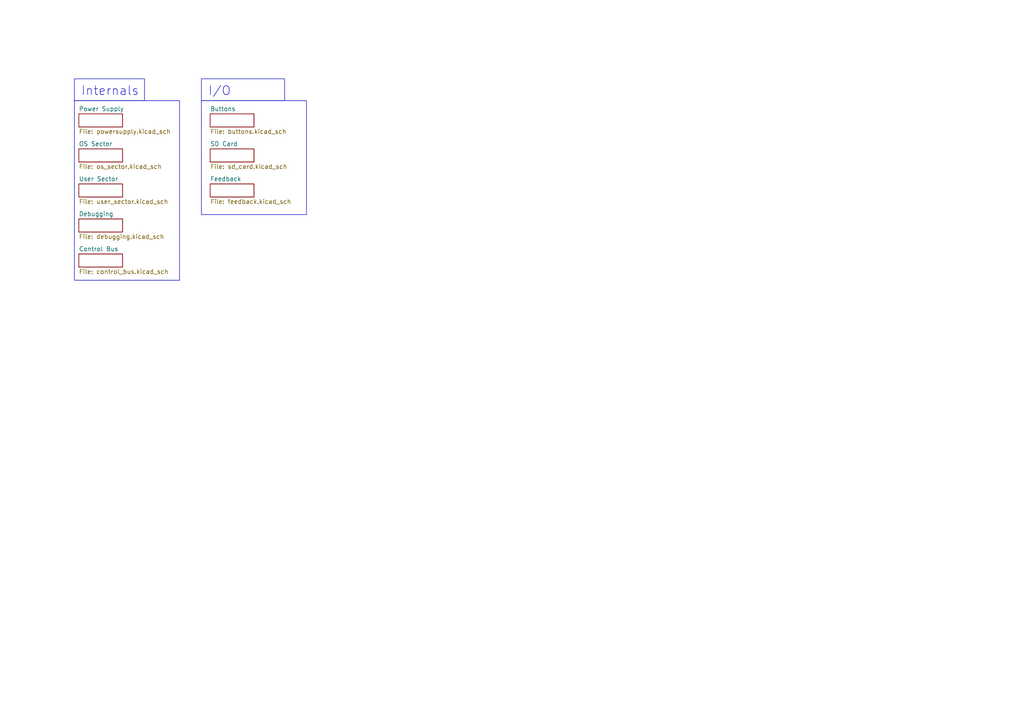
<source format=kicad_sch>
(kicad_sch (version 20230121) (generator eeschema)
  (paper "A4")
  (title_block (title "PICOnsole") (rev "1") (company "Bryce Dixon"))
  (lib_symbols)
  (rectangle (start 58.42 29.21) (end 88.9 62.23))
  (rectangle (start 21.59 29.21) (end 52.07 81.28))
  (text_box "I/O" (at 58.42 22.86 0) (size 24.13 6.35) (effects (font (size 2.54 2.54)) (justify left top)))
  (text_box "Internals" (at 21.59 22.86 0) (size 20.32 6.35) (effects (font (size 2.54 2.54)) (justify left top)))
  (sheet (at 22.86 43.18) (size 12.7 3.81) (stroke (width 0.1524))
    (property "Sheetname" "OS Sector" (at 22.86 42.4684 0) (effects (justify left bottom)))
    (property "Sheetfile" "os_sector.kicad_sch" (at 22.86 47.5746 0) (effects (justify left top)))
  )
  (sheet (at 22.86 33.02) (size 12.7 3.81) (stroke (width 0.1524))
    (property "Sheetname" "Power Supply" (at 22.86 32.3084 0) (effects (justify left bottom)))
    (property "Sheetfile" "powersupply.kicad_sch" (at 22.86 37.4146 0) (effects (justify left top)))
  )
  (sheet (at 60.96 43.18) (size 12.7 3.81) (stroke (width 0.1524))
    (property "Sheetname" "SD Card" (at 60.96 42.4684 0) (effects (justify left bottom)))
    (property "Sheetfile" "sd_card.kicad_sch" (at 60.96 47.5746 0) (effects (justify left top)))
  )
  (sheet (at 22.86 53.34) (size 12.7 3.81) (stroke (width 0.1524))
    (property "Sheetname" "User Sector" (at 22.86 52.6284 0) (effects (justify left bottom)))
    (property "Sheetfile" "user_sector.kicad_sch" (at 22.86 57.7346 0) (effects (justify left top)))
  )
  (sheet (at 22.86 63.5) (size 12.7 3.81) (stroke (width 0.1524))
    (property "Sheetname" "Debugging" (at 22.86 62.7884 0) (effects (justify left bottom)))
    (property "Sheetfile" "debugging.kicad_sch" (at 22.86 67.8946 0) (effects (justify left top)))
  )
  (sheet (at 60.96 53.34) (size 12.7 3.81) (stroke (width 0.1524))
    (property "Sheetname" "Feedback" (at 60.96 52.6284 0) (effects (justify left bottom)))
    (property "Sheetfile" "feedback.kicad_sch" (at 60.96 57.7346 0) (effects (justify left top)))
  )
  (sheet (at 22.86 73.66) (size 12.7 3.81) (stroke (width 0.1524))
    (property "Sheetname" "Control Bus" (at 22.86 72.9484 0) (effects (justify left bottom)))
    (property "Sheetfile" "control_bus.kicad_sch" (at 22.86 78.0546 0) (effects (justify left top)))
  )
  (sheet (at 60.96 33.02) (size 12.7 3.81) (stroke (width 0.1524))
    (property "Sheetname" "Buttons" (at 60.96 32.3084 0) (effects (justify left bottom)))
    (property "Sheetfile" "buttons.kicad_sch" (at 60.96 37.4146 0) (effects (justify left top)))
  )
)
</source>
